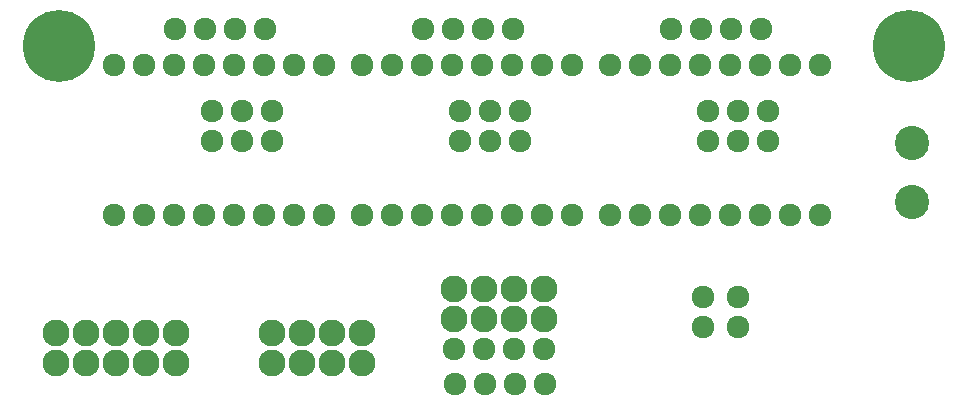
<source format=gbr>
G04 #@! TF.FileFunction,Soldermask,Bot*
%FSLAX46Y46*%
G04 Gerber Fmt 4.6, Leading zero omitted, Abs format (unit mm)*
G04 Created by KiCad (PCBNEW 4.0.2-stable) date 10/3/2017 10:25:22 PM*
%MOMM*%
G01*
G04 APERTURE LIST*
%ADD10C,0.100000*%
%ADD11O,2.279600X2.279600*%
%ADD12O,1.924000X1.924000*%
%ADD13C,2.900000*%
%ADD14C,6.100000*%
G04 APERTURE END LIST*
D10*
D11*
X159639000Y-123317000D03*
X159639000Y-125857000D03*
X157099000Y-123317000D03*
X157099000Y-125857000D03*
X154559000Y-123317000D03*
X154559000Y-125857000D03*
X152019000Y-123317000D03*
X152019000Y-125857000D03*
D12*
X143690000Y-100650000D03*
X141150000Y-100650000D03*
X138610000Y-100650000D03*
X146230000Y-100650000D03*
X148770000Y-100650000D03*
X151310000Y-100650000D03*
X156390000Y-100650000D03*
X153850000Y-100650000D03*
X153850000Y-113350000D03*
X156390000Y-113350000D03*
X151310000Y-113350000D03*
X148770000Y-113350000D03*
X138610000Y-113350000D03*
X141150000Y-113350000D03*
X143690000Y-113350000D03*
X146230000Y-113350000D03*
X164690000Y-100650000D03*
X162150000Y-100650000D03*
X159610000Y-100650000D03*
X167230000Y-100650000D03*
X169770000Y-100650000D03*
X172310000Y-100650000D03*
X177390000Y-100650000D03*
X174850000Y-100650000D03*
X174850000Y-113350000D03*
X177390000Y-113350000D03*
X172310000Y-113350000D03*
X169770000Y-113350000D03*
X159610000Y-113350000D03*
X162150000Y-113350000D03*
X164690000Y-113350000D03*
X167230000Y-113350000D03*
D11*
X143891000Y-123317000D03*
X143891000Y-125857000D03*
X141351000Y-123317000D03*
X141351000Y-125857000D03*
X138811000Y-123317000D03*
X138811000Y-125857000D03*
X136271000Y-123317000D03*
X136271000Y-125857000D03*
X133731000Y-123317000D03*
X133731000Y-125857000D03*
D12*
X188500000Y-120250000D03*
X188500000Y-122790000D03*
X191500000Y-120250000D03*
X191500000Y-122790000D03*
X167513000Y-127635000D03*
X170053000Y-127635000D03*
X172593000Y-127635000D03*
X175133000Y-127635000D03*
X146960000Y-107020000D03*
X146960000Y-104480000D03*
X149500000Y-107020000D03*
X149500000Y-104480000D03*
X152040000Y-107020000D03*
X152040000Y-104480000D03*
X167960000Y-107020000D03*
X167960000Y-104480000D03*
X170500000Y-107020000D03*
X170500000Y-104480000D03*
X173040000Y-107020000D03*
X173040000Y-104480000D03*
X188960000Y-107020000D03*
X188960000Y-104480000D03*
X191500000Y-107020000D03*
X191500000Y-104480000D03*
X194040000Y-107020000D03*
X194040000Y-104480000D03*
X143800000Y-97600000D03*
X146340000Y-97600000D03*
X148880000Y-97600000D03*
X151420000Y-97600000D03*
X164800000Y-97600000D03*
X167340000Y-97600000D03*
X169880000Y-97600000D03*
X172420000Y-97600000D03*
X185800000Y-97600000D03*
X188340000Y-97600000D03*
X190880000Y-97600000D03*
X193420000Y-97600000D03*
D13*
X206250000Y-112250000D03*
X206250000Y-107250000D03*
D14*
X206000000Y-99000000D03*
X134000000Y-99000000D03*
D12*
X185690000Y-100650000D03*
X183150000Y-100650000D03*
X180610000Y-100650000D03*
X188230000Y-100650000D03*
X190770000Y-100650000D03*
X193310000Y-100650000D03*
X198390000Y-100650000D03*
X195850000Y-100650000D03*
X195850000Y-113350000D03*
X198390000Y-113350000D03*
X193310000Y-113350000D03*
X190770000Y-113350000D03*
X180610000Y-113350000D03*
X183150000Y-113350000D03*
X185690000Y-113350000D03*
X188230000Y-113350000D03*
D11*
X167465000Y-122126000D03*
X167465000Y-119586000D03*
X170005000Y-122126000D03*
X170005000Y-119586000D03*
X172545000Y-122126000D03*
X172545000Y-119586000D03*
X175085000Y-122126000D03*
X175085000Y-119586000D03*
D12*
X167465000Y-124666000D03*
X170005000Y-124666000D03*
X172545000Y-124666000D03*
X175085000Y-124666000D03*
M02*

</source>
